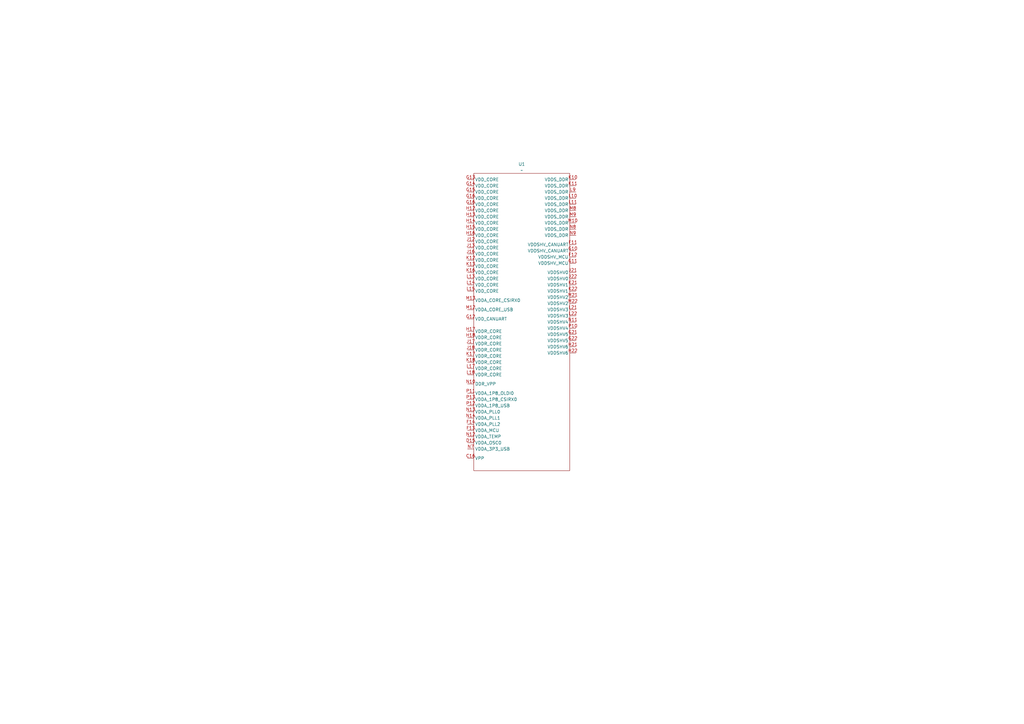
<source format=kicad_sch>
(kicad_sch (version 20250114) (generator "eeschema") (generator_version "9.0")
  (paper "A3")
  (lib_symbols
    (symbol "octavo_Library:osd62x-pm"
      (property "Reference" "U" (at 0 0 0))
      (symbol "osd62x-pm_1_1"
        (rectangle (start -20.32 -2.54) (end 19.05 -124.46))
        (pin power_in line (at -22.86 -5.08 0) (length 2.54) (name "VDD_CORE") (number "G13"))
        (pin power_in line (at -22.86 -7.62 0) (length 2.54) (name "VDD_CORE") (number "G14"))
        (pin power_in line (at -22.86 -10.16 0) (length 2.54) (name "VDD_CORE") (number "G15"))
        (pin power_in line (at -22.86 -12.7 0) (length 2.54) (name "VDD_CORE") (number "G16"))
        (pin power_in line (at -22.86 -15.24 0) (length 2.54) (name "VDD_CORE") (number "G16"))
        (pin power_in line (at -22.86 -17.78 0) (length 2.54) (name "VDD_CORE") (number "H12"))
        (pin power_in line (at -22.86 -20.32 0) (length 2.54) (name "VDD_CORE") (number "H13"))
        (pin power_in line (at -22.86 -22.86 0) (length 2.54) (name "VDD_CORE") (number "H14"))
        (pin power_in line (at -22.86 -25.4 0) (length 2.54) (name "VDD_CORE") (number "H15"))
        (pin power_in line (at -22.86 -27.94 0) (length 2.54) (name "VDD_CORE") (number "H16"))
        (pin power_in line (at -22.86 -30.48 0) (length 2.54) (name "VDD_CORE") (number "J12"))
        (pin power_in line (at -22.86 -33.02 0) (length 2.54) (name "VDD_CORE") (number "J13"))
        (pin power_in line (at -22.86 -35.56 0) (length 2.54) (name "VDD_CORE") (number "J16"))
        (pin power_in line (at -22.86 -38.1 0) (length 2.54) (name "VDD_CORE") (number "K12"))
        (pin power_in line (at -22.86 -40.64 0) (length 2.54) (name "VDD_CORE") (number "K13"))
        (pin power_in line (at -22.86 -43.18 0) (length 2.54) (name "VDD_CORE") (number "K16"))
        (pin power_in line (at -22.86 -45.72 0) (length 2.54) (name "VDD_CORE") (number "L13"))
        (pin power_in line (at -22.86 -48.26 0) (length 2.54) (name "VDD_CORE") (number "L14"))
        (pin power_in line (at -22.86 -50.8 0) (length 2.54) (name "VDD_CORE") (number "L15"))
        (pin power_in line (at -22.86 -54.61 0) (length 2.54) (name "VDDA_CORE_CSIRX0") (number "M13"))
        (pin power_in line (at -22.86 -58.42 0) (length 2.54) (name "VDDA_CORE_USB") (number "M12"))
        (pin power_in line (at -22.86 -62.23 0) (length 2.54) (name "VDD_CANUART") (number "G12"))
        (pin power_in line (at -22.86 -67.31 0) (length 2.54) (name "VDDR_CORE") (number "H17"))
        (pin power_in line (at -22.86 -69.85 0) (length 2.54) (name "VDDR_CORE") (number "H18"))
        (pin power_in line (at -22.86 -72.39 0) (length 2.54) (name "VDDR_CORE") (number "J17"))
        (pin power_in line (at -22.86 -74.93 0) (length 2.54) (name "VDDR_CORE") (number "J18"))
        (pin power_in line (at -22.86 -77.47 0) (length 2.54) (name "VDDR_CORE") (number "K17"))
        (pin power_in line (at -22.86 -80.01 0) (length 2.54) (name "VDDR_CORE") (number "K18"))
        (pin power_in line (at -22.86 -82.55 0) (length 2.54) (name "VDDR_CORE") (number "L17"))
        (pin power_in line (at -22.86 -85.09 0) (length 2.54) (name "VDDR_CORE") (number "L18"))
        (pin power_in line (at -22.86 -88.9 0) (length 2.54) (name "DDR_VPP") (number "N10"))
        (pin power_in line (at -22.86 -92.71 0) (length 2.54) (name "VDDA_1P8_OLDI0") (number "P11"))
        (pin power_in line (at -22.86 -95.25 0) (length 2.54) (name "VDDA_1P8_CSIRX0") (number "P13"))
        (pin power_in line (at -22.86 -97.79 0) (length 2.54) (name "VDDA_1P8_USB") (number "P12"))
        (pin power_in line (at -22.86 -100.33 0) (length 2.54) (name "VDDA_PLL0") (number "N13"))
        (pin power_in line (at -22.86 -102.87 0) (length 2.54) (name "VDDA_PLL1") (number "N14"))
        (pin power_in line (at -22.86 -105.41 0) (length 2.54) (name "VDDA_PLL2") (number "F14"))
        (pin power_in line (at -22.86 -107.95 0) (length 2.54) (name "VDDA_MCU") (number "F13"))
        (pin power_in line (at -22.86 -110.49 0) (length 2.54) (name "VDDA_TEMP") (number "N12"))
        (pin power_in line (at -22.86 -113.03 0) (length 2.54) (name "VDDA_OSC0") (number "D15"))
        (pin power_in line (at -22.86 -115.57 0) (length 2.54) (name "VDDA_3P3_USB") (number "N7"))
        (pin power_in line (at -22.86 -119.38 0) (length 2.54) (name "VPP") (number "C16"))
        (pin power_in line (at 21.59 -5.08 180) (length 2.54) (name "VDDS_DDR") (number "K10"))
        (pin power_in line (at 21.59 -7.62 180) (length 2.54) (name "VDDS_DDR") (number "K11"))
        (pin power_in line (at 21.59 -10.16 180) (length 2.54) (name "VDDS_DDR") (number "L9"))
        (pin power_in line (at 21.59 -12.7 180) (length 2.54) (name "VDDS_DDR") (number "L10"))
        (pin power_in line (at 21.59 -15.24 180) (length 2.54) (name "VDDS_DDR") (number "L11"))
        (pin power_in line (at 21.59 -17.78 180) (length 2.54) (name "VDDS_DDR") (number "M8"))
        (pin power_in line (at 21.59 -20.32 180) (length 2.54) (name "VDDS_DDR") (number "M9"))
        (pin power_in line (at 21.59 -22.86 180) (length 2.54) (name "VDDS_DDR") (number "M10"))
        (pin power_in line (at 21.59 -25.4 180) (length 2.54) (name "VDDS_DDR") (number "N8"))
        (pin power_in line (at 21.59 -27.94 180) (length 2.54) (name "VDDS_DDR") (number "N9"))
        (pin power_in line (at 21.59 -31.75 180) (length 2.54) (name "VDDSHV_CANUART") (number "F11"))
        (pin power_in line (at 21.59 -34.29 180) (length 2.54) (name "VDDSHV_CANUART") (number "G10"))
        (pin power_in line (at 21.59 -36.83 180) (length 2.54) (name "VDDSHV_MCU") (number "F12"))
        (pin power_in line (at 21.59 -39.37 180) (length 2.54) (name "VDDSHV_MCU") (number "G11"))
        (pin power_in line (at 21.59 -43.18 180) (length 2.54) (name "VDDSHV0") (number "J21"))
        (pin power_in line (at 21.59 -45.72 180) (length 2.54) (name "VDDSHV0") (number "J22"))
        (pin power_in line (at 21.59 -48.26 180) (length 2.54) (name "VDDSHV1") (number "K21"))
        (pin power_in line (at 21.59 -50.8 180) (length 2.54) (name "VDDSHV1") (number "K22"))
        (pin power_in line (at 21.59 -53.34 180) (length 2.54) (name "VDDSHV2") (number "M21"))
        (pin power_in line (at 21.59 -55.88 180) (length 2.54) (name "VDDSHV2") (number "M22"))
        (pin power_in line (at 21.59 -58.42 180) (length 2.54) (name "VDDSHV3") (number "L21"))
        (pin power_in line (at 21.59 -60.96 180) (length 2.54) (name "VDDSHV3") (number "L22"))
        (pin power_in line (at 21.59 -63.5 180) (length 2.54) (name "VDDSHV4") (number "N11"))
        (pin power_in line (at 21.59 -66.04 180) (length 2.54) (name "VDDSHV4") (number "P10"))
        (pin power_in line (at 21.59 -68.58 180) (length 2.54) (name "VDDSHV5") (number "G21"))
        (pin power_in line (at 21.59 -71.12 180) (length 2.54) (name "VDDSHV5") (number "G22"))
        (pin power_in line (at 21.59 -73.66 180) (length 2.54) (name "VDDSHV6") (number "H21"))
        (pin power_in line (at 21.59 -76.2 180) (length 2.54) (name "VDDSHV6") (number "H22"))
      )
    )
  )
  (symbol (lib_id "octavo_Library:osd62x-pm") (at 214.63 68.58 0) (unit 1)
    (property "Reference" "U1" (at 213.995 67.31 0))
    (property "Value" "~" (at 213.995 69.85 0))
  )
)
</source>
